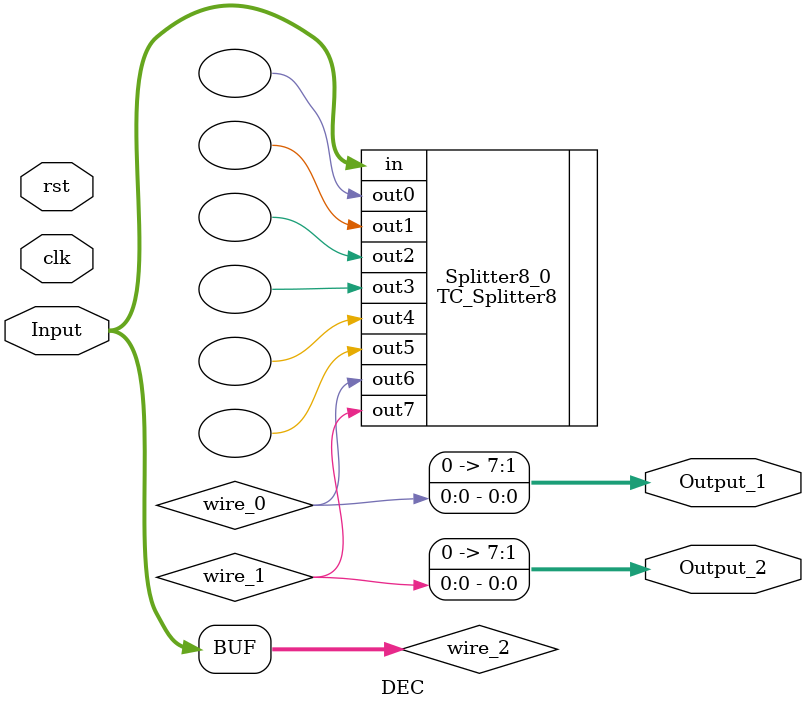
<source format=v>
module DEC (clk, rst, Input, Output_1, Output_2);
  parameter UUID = 0;
  parameter NAME = "";
  input wire clk;
  input wire rst;

  input  wire [7:0] Input;
  output  wire [7:0] Output_1;
  output  wire [7:0] Output_2;

  TC_Splitter8 # (.UUID(64'd72693007670783590 ^ UUID)) Splitter8_0 (.in(wire_2), .out0(), .out1(), .out2(), .out3(), .out4(), .out5(), .out6(wire_0), .out7(wire_1));

  wire [0:0] wire_0;
  assign Output_1 = {{7{1'b0}}, wire_0 };
  wire [0:0] wire_1;
  assign Output_2 = {{7{1'b0}}, wire_1 };
  wire [7:0] wire_2;
  assign wire_2 = Input;

endmodule

</source>
